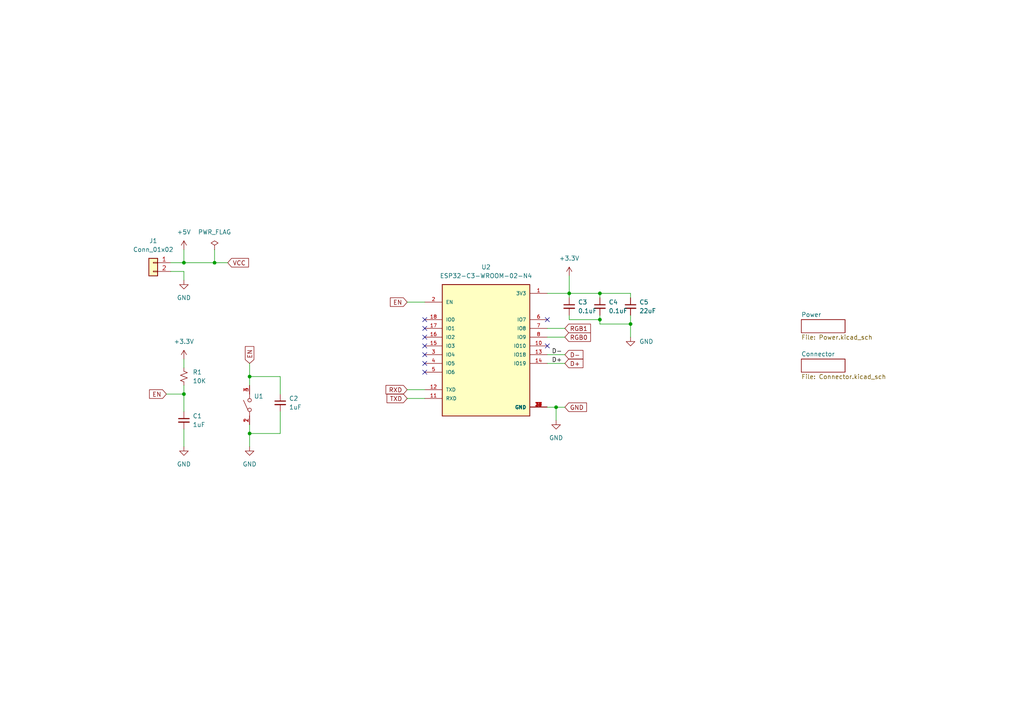
<source format=kicad_sch>
(kicad_sch (version 20211123) (generator eeschema)
  (paper "A4")
  (lib_symbols
    (symbol "Connector_Generic:Conn_01x02" (pin_names (offset 1.016) hide)
      (property "Reference" "J" (at 0 2.54 0))
      (property "Value" "Conn_01x02" (at 0 -5.08 0))
      (symbol "Conn_01x02_1_1"
        (rectangle (start -1.27 -2.413) (end 0 -2.667) (stroke (width 0.1524)))
        (rectangle (start -1.27 0.127) (end 0 -0.127) (stroke (width 0.1524)))
        (rectangle (start -1.27 1.27) (end 1.27 -3.81) (stroke (width 0.254)) (fill (type background)))
        (pin passive line (at -5.08 0 0) (length 3.81) (name "Pin_1") (number "1"))
        (pin passive line (at -5.08 -2.54 0) (length 3.81) (name "Pin_2") (number "2"))
      )
    )
    (symbol "Device:C_Small" (pin_numbers hide) (pin_names (offset 0.254) hide)
      (property "Reference" "C" (at 0.254 1.778 0))
      (property "Value" "C_Small" (at 0.254 -2.032 0))
      (symbol "C_Small_0_1"
        (polyline (pts (xy -1.524 -0.508) (xy 1.524 -0.508)) (stroke (width 0.3302)))
        (polyline (pts (xy -1.524 0.508) (xy 1.524 0.508)) (stroke (width 0.3048)))
      )
      (symbol "C_Small_1_1"
        (pin passive line (at 0 2.54 270) (length 2.032) (name "~") (number "1"))
        (pin passive line (at 0 -2.54 90) (length 2.032) (name "~") (number "2"))
      )
    )
    (symbol "Device:R_Small_US" (pin_numbers hide) (pin_names (offset 0.254) hide)
      (property "Reference" "R" (at 0.762 0.508 0))
      (property "Value" "R_Small_US" (at 0.762 -1.016 0))
      (symbol "R_Small_US_1_1"
        (polyline (pts (xy 0 0) (xy 1.016 -0.381) (xy 0 -0.762) (xy -1.016 -1.143) (xy 0 -1.524)))
        (polyline (pts (xy 0 1.524) (xy 1.016 1.143) (xy 0 0.762) (xy -1.016 0.381) (xy 0 0)))
        (pin passive line (at 0 2.54 270) (length 1.016) (name "~") (number "1"))
        (pin passive line (at 0 -2.54 90) (length 1.016) (name "~") (number "2"))
      )
    )
    (symbol "Dotworld:ESP32-C3-WROOM-02-N4" (pin_names (offset 1.016))
      (property "Reference" "U" (at -12.7 21.082 0))
      (property "Value" "ESP32-C3-WROOM-02-N4" (at -11.43 -22.86 0))
      (symbol "ESP32-C3-WROOM-02-N4_0_0"
        (rectangle (start -12.7 -17.78) (end 12.7 20.32) (stroke (width 0.254)) (fill (type background)))
        (pin power_in line (at 17.78 17.78 180) (length 5.08) (name "3V3") (number "1"))
        (pin bidirectional line (at 17.78 2.54 180) (length 5.08) (name "IO10") (number "10"))
        (pin bidirectional line (at -17.78 -12.7 0) (length 5.08) (name "RXD") (number "11"))
        (pin bidirectional line (at -17.78 -10.16 0) (length 5.08) (name "TXD") (number "12"))
        (pin bidirectional line (at 17.78 0 180) (length 5.08) (name "IO18") (number "13"))
        (pin bidirectional line (at 17.78 -2.54 180) (length 5.08) (name "IO19") (number "14"))
        (pin bidirectional line (at -17.78 2.54 0) (length 5.08) (name "IO3") (number "15"))
        (pin bidirectional line (at -17.78 5.08 0) (length 5.08) (name "IO2") (number "16"))
        (pin bidirectional line (at -17.78 7.62 0) (length 5.08) (name "IO1") (number "17"))
        (pin bidirectional line (at -17.78 10.16 0) (length 5.08) (name "IO0") (number "18"))
        (pin power_in line (at 17.78 -15.24 180) (length 5.08) (name "GND") (number "19"))
        (pin input line (at -17.78 15.24 0) (length 5.08) (name "EN") (number "2"))
        (pin power_in line (at 17.78 -15.24 180) (length 5.08) (name "GND") (number "20"))
        (pin power_in line (at 17.78 -15.24 180) (length 5.08) (name "GND") (number "21"))
        (pin power_in line (at 17.78 -15.24 180) (length 5.08) (name "GND") (number "22"))
        (pin power_in line (at 17.78 -15.24 180) (length 5.08) (name "GND") (number "23"))
        (pin power_in line (at 17.78 -15.24 180) (length 5.08) (name "GND") (number "24"))
        (pin power_in line (at 17.78 -15.24 180) (length 5.08) (name "GND") (number "25"))
        (pin power_in line (at 17.78 -15.24 180) (length 5.08) (name "GND") (number "26"))
        (pin power_in line (at 17.78 -15.24 180) (length 5.08) (name "GND") (number "27"))
        (pin power_in line (at 17.78 -15.24 180) (length 5.08) (name "GND") (number "28"))
        (pin power_in line (at 17.78 -15.24 180) (length 5.08) (name "GND") (number "29"))
        (pin bidirectional line (at -17.78 0 0) (length 5.08) (name "IO4") (number "3"))
        (pin power_in line (at 17.78 -15.24 180) (length 5.08) (name "GND") (number "30"))
        (pin power_in line (at 17.78 -15.24 180) (length 5.08) (name "GND") (number "31"))
        (pin power_in line (at 17.78 -15.24 180) (length 5.08) (name "GND") (number "32"))
        (pin power_in line (at 17.78 -15.24 180) (length 5.08) (name "GND") (number "33"))
        (pin power_in line (at 17.78 -15.24 180) (length 5.08) (name "GND") (number "34"))
        (pin power_in line (at 17.78 -15.24 180) (length 5.08) (name "GND") (number "35"))
        (pin power_in line (at 17.78 -15.24 180) (length 5.08) (name "GND") (number "36"))
        (pin power_in line (at 17.78 -15.24 180) (length 5.08) (name "GND") (number "37"))
        (pin power_in line (at 17.78 -15.24 180) (length 5.08) (name "GND") (number "38"))
        (pin power_in line (at 17.78 -15.24 180) (length 5.08) (name "GND") (number "39"))
        (pin bidirectional line (at -17.78 -2.54 0) (length 5.08) (name "IO5") (number "4"))
        (pin bidirectional line (at -17.78 -5.08 0) (length 5.08) (name "IO6") (number "5"))
        (pin bidirectional line (at 17.78 10.16 180) (length 5.08) (name "IO7") (number "6"))
        (pin bidirectional line (at 17.78 7.62 180) (length 5.08) (name "IO8") (number "7"))
        (pin bidirectional line (at 17.78 5.08 180) (length 5.08) (name "IO9") (number "8"))
        (pin power_in line (at 17.78 -15.24 180) (length 5.08) (name "GND") (number "9"))
      )
    )
    (symbol "Dotworld:Tactile_Switch"
      (property "Reference" "U" (at 0 6.35 0))
      (property "Value" "Tactile_Switch" (at 0 0 0))
      (property "Footprint" "Dotworld:Tactile_Switch" (at 0 0 0))
      (symbol "Tactile_Switch_0_1"
        (circle (center -0.762 2.54) (radius 0.508))
        (polyline (pts (xy -2.54 2.54) (xy -1.27 2.54)))
        (polyline (pts (xy -0.762 3.048) (xy 2.032 4.318)))
        (polyline (pts (xy 3.81 2.54) (xy 2.54 2.54)))
        (circle (center 2.032 2.54) (radius 0.508))
      )
      (symbol "Tactile_Switch_1_1"
        (pin input line (at -5.08 2.54 0) (length 2.54) (name "") (number "1"))
        (pin input line (at -5.08 2.54 0) (length 2.54) (name "") (number "2"))
        (pin input line (at 6.35 2.54 180) (length 2.54) (name "") (number "3"))
        (pin input line (at 6.35 2.54 180) (length 2.54) (name "") (number "4"))
      )
    )
    (symbol "power:+3.3V" (power) (pin_names (offset 0))
      (property "Value" "+3.3V" (at 0 3.556 0))
      (symbol "+3.3V_0_1"
        (polyline (pts (xy -0.762 1.27) (xy 0 2.54)))
        (polyline (pts (xy 0 0) (xy 0 2.54)))
        (polyline (pts (xy 0 2.54) (xy 0.762 1.27)))
      )
      (symbol "+3.3V_1_1"
        (pin power_in line (at 0 0 90) (length 0) hide (name "+3.3V") (number "1"))
      )
    )
    (symbol "power:+5V" (power) (pin_names (offset 0))
      (property "Value" "+5V" (at 0 3.556 0))
      (symbol "+5V_0_1"
        (polyline (pts (xy -0.762 1.27) (xy 0 2.54)))
        (polyline (pts (xy 0 0) (xy 0 2.54)))
        (polyline (pts (xy 0 2.54) (xy 0.762 1.27)))
      )
      (symbol "+5V_1_1"
        (pin power_in line (at 0 0 90) (length 0) hide (name "+5V") (number "1"))
      )
    )
    (symbol "power:GND" (power) (pin_names (offset 0))
      (property "Value" "GND" (at 0 -3.81 0))
      (symbol "GND_0_1"
        (polyline (pts (xy 0 0) (xy 0 -1.27) (xy 1.27 -1.27) (xy 0 -2.54) (xy -1.27 -1.27) (xy 0 -1.27)))
      )
      (symbol "GND_1_1"
        (pin power_in line (at 0 0 270) (length 0) hide (name "GND") (number "1"))
      )
    )
    (symbol "power:PWR_FLAG" (power) (pin_numbers hide) (pin_names (offset 0) hide)
      (property "Value" "PWR_FLAG" (at 0 3.81 0))
      (symbol "PWR_FLAG_0_0"
        (pin power_out line (at 0 0 90) (length 0) (name "pwr") (number "1"))
      )
      (symbol "PWR_FLAG_0_1"
        (polyline (pts (xy 0 0) (xy 0 1.27) (xy -1.016 1.905) (xy 0 2.54) (xy 1.016 1.905) (xy 0 1.27)))
      )
    )
  )
  (junction (at 173.99 92.71))
  (junction (at 182.88 93.98))
  (junction (at 72.39 109.22))
  (junction (at 161.29 118.11))
  (junction (at 62.23 76.2))
  (junction (at 53.34 76.2))
  (junction (at 165.1 85.09))
  (junction (at 72.39 125.73))
  (junction (at 53.34 114.3))
  (junction (at 173.99 85.09))
  (no_connect (at 123.19 95.25))
  (no_connect (at 123.19 102.87))
  (no_connect (at 123.19 107.95))
  (no_connect (at 158.75 100.33))
  (no_connect (at 123.19 92.71))
  (no_connect (at 123.19 97.79))
  (no_connect (at 123.19 105.41))
  (no_connect (at 123.19 100.33))
  (no_connect (at 158.75 92.71))
  (wire (pts (xy 53.34 114.3) (xy 53.34 119.38)))
  (wire (pts (xy 163.83 97.79) (xy 158.75 97.79)))
  (wire (pts (xy 173.99 85.09) (xy 182.88 85.09)))
  (wire (pts (xy 62.23 76.2) (xy 66.04 76.2)))
  (wire (pts (xy 81.28 119.38) (xy 81.28 125.73)))
  (wire (pts (xy 161.29 118.11) (xy 158.75 118.11)))
  (wire (pts (xy 173.99 93.98) (xy 182.88 93.98)))
  (wire (pts (xy 165.1 92.71) (xy 173.99 92.71)))
  (wire (pts (xy 165.1 80.01) (xy 165.1 85.09)))
  (wire (pts (xy 163.83 118.11) (xy 161.29 118.11)))
  (wire (pts (xy 72.39 109.22) (xy 72.39 111.76)))
  (wire (pts (xy 173.99 85.09) (xy 173.99 86.36)))
  (wire (pts (xy 182.88 93.98) (xy 182.88 97.79)))
  (wire (pts (xy 182.88 86.36) (xy 182.88 85.09)))
  (wire (pts (xy 72.39 125.73) (xy 72.39 123.19)))
  (wire (pts (xy 53.34 124.46) (xy 53.34 129.54)))
  (wire (pts (xy 48.26 114.3) (xy 53.34 114.3)))
  (wire (pts (xy 118.11 87.63) (xy 123.19 87.63)))
  (wire (pts (xy 53.34 72.39) (xy 53.34 76.2)))
  (wire (pts (xy 81.28 125.73) (xy 72.39 125.73)))
  (wire (pts (xy 53.34 111.76) (xy 53.34 114.3)))
  (wire (pts (xy 118.11 115.57) (xy 123.19 115.57)))
  (wire (pts (xy 158.75 102.87) (xy 163.83 102.87)))
  (wire (pts (xy 158.75 105.41) (xy 163.83 105.41)))
  (wire (pts (xy 49.53 76.2) (xy 53.34 76.2)))
  (wire (pts (xy 53.34 104.14) (xy 53.34 106.68)))
  (wire (pts (xy 62.23 72.39) (xy 62.23 76.2)))
  (wire (pts (xy 165.1 85.09) (xy 158.75 85.09)))
  (wire (pts (xy 81.28 109.22) (xy 72.39 109.22)))
  (wire (pts (xy 49.53 78.74) (xy 53.34 78.74)))
  (wire (pts (xy 165.1 91.44) (xy 165.1 92.71)))
  (wire (pts (xy 163.83 95.25) (xy 158.75 95.25)))
  (wire (pts (xy 53.34 78.74) (xy 53.34 81.28)))
  (wire (pts (xy 173.99 91.44) (xy 173.99 92.71)))
  (wire (pts (xy 165.1 85.09) (xy 173.99 85.09)))
  (wire (pts (xy 53.34 76.2) (xy 62.23 76.2)))
  (wire (pts (xy 118.11 113.03) (xy 123.19 113.03)))
  (wire (pts (xy 161.29 118.11) (xy 161.29 121.92)))
  (wire (pts (xy 81.28 114.3) (xy 81.28 109.22)))
  (wire (pts (xy 182.88 93.98) (xy 182.88 91.44)))
  (wire (pts (xy 165.1 85.09) (xy 165.1 86.36)))
  (wire (pts (xy 72.39 129.54) (xy 72.39 125.73)))
  (wire (pts (xy 173.99 92.71) (xy 173.99 93.98)))
  (wire (pts (xy 72.39 105.41) (xy 72.39 109.22)))
  (label "D+" (at 160.02 105.41 0))
  (label "D-" (at 160.02 102.87 0))
  (global_label "RGB1" (shape input) (at 163.83 95.25 0) (property "Intersheet References" "${INTERSHEET_REFS}" (effects hide)))
  (global_label "D-" (shape input) (at 163.83 102.87 0) (property "Intersheet References" "${INTERSHEET_REFS}" (effects hide)))
  (global_label "RXD" (shape input) (at 118.11 113.03 180) (property "Intersheet References" "${INTERSHEET_REFS}" (effects hide)))
  (global_label "EN" (shape input) (at 48.26 114.3 180) (property "Intersheet References" "${INTERSHEET_REFS}" (effects hide)))
  (global_label "D+" (shape input) (at 163.83 105.41 0) (property "Intersheet References" "${INTERSHEET_REFS}" (effects hide)))
  (global_label "GND" (shape input) (at 163.83 118.11 0) (property "Intersheet References" "${INTERSHEET_REFS}" (effects hide)))
  (global_label "EN" (shape input) (at 72.39 105.41 90) (property "Intersheet References" "${INTERSHEET_REFS}" (effects hide)))
  (global_label "EN" (shape input) (at 118.11 87.63 180) (property "Intersheet References" "${INTERSHEET_REFS}" (effects hide)))
  (global_label "RGB0" (shape input) (at 163.83 97.79 0) (property "Intersheet References" "${INTERSHEET_REFS}" (effects hide)))
  (global_label "VCC" (shape input) (at 66.04 76.2 0) (property "Intersheet References" "${INTERSHEET_REFS}" (effects hide)))
  (global_label "TXD" (shape input) (at 118.11 115.57 180) (property "Intersheet References" "${INTERSHEET_REFS}" (effects hide)))
  (symbol (lib_id "power:+5V") (at 53.34 72.39 0) (unit 1)
    (property "Reference" "#PWR01" (effects hide))
    (property "Value" "+5V" (at 53.34 67.31 0))
  )
  (symbol (lib_id "Device:C_Small") (at 182.88 88.9 0) (unit 1)
    (property "Reference" "C5" (at 185.42 87.6362 0) (effects (justify left)))
    (property "Value" "22uF" (at 185.42 90.1762 0) (effects (justify left)))
    (property "Footprint" "Capacitor_SMD:C_0603_1608Metric" (effects hide))
  )
  (symbol (lib_id "Connector_Generic:Conn_01x02") (at 44.45 76.2 0) (mirror y) (unit 1)
    (property "Reference" "J1" (at 44.45 69.85 0))
    (property "Value" "Conn_01x02" (at 44.45 72.39 0))
    (property "Footprint" "Connector_JST:JST_VH_B2P-VH-B_1x02_P3.96mm_Vertical" (effects hide))
  )
  (symbol (lib_id "power:GND") (at 53.34 81.28 0) (unit 1)
    (property "Reference" "#PWR02" (effects hide))
    (property "Value" "GND" (at 53.34 86.36 0))
  )
  (symbol (lib_id "power:+3.3V") (at 165.1 80.01 0) (unit 1)
    (property "Reference" "#PWR07" (effects hide))
    (property "Value" "+3.3V" (at 165.1 74.93 0))
  )
  (symbol (lib_id "power:+3.3V") (at 53.34 104.14 0) (unit 1)
    (property "Reference" "#PWR03" (effects hide))
    (property "Value" "+3.3V" (at 53.34 99.06 0))
  )
  (symbol (lib_id "Device:R_Small_US") (at 53.34 109.22 0) (unit 1)
    (property "Reference" "R1" (at 55.88 107.9499 0) (effects (justify left)))
    (property "Value" "10K" (at 55.88 110.4899 0) (effects (justify left)))
    (property "Footprint" "Resistor_SMD:R_0603_1608Metric" (effects hide))
  )
  (symbol (lib_id "power:GND") (at 161.29 121.92 0) (unit 1)
    (property "Reference" "#PWR06" (effects hide))
    (property "Value" "GND" (at 161.29 127 0))
  )
  (symbol (lib_id "power:PWR_FLAG") (at 62.23 72.39 0) (unit 1)
    (property "Reference" "#FLG01" (effects hide))
    (property "Value" "PWR_FLAG" (at 62.23 67.31 0))
  )
  (symbol (lib_id "Device:C_Small") (at 173.99 88.9 0) (unit 1)
    (property "Reference" "C4" (at 176.53 87.6362 0) (effects (justify left)))
    (property "Value" "0.1uF" (at 176.53 90.1762 0) (effects (justify left)))
    (property "Footprint" "Capacitor_SMD:C_0603_1608Metric" (effects hide))
  )
  (symbol (lib_id "power:GND") (at 53.34 129.54 0) (unit 1)
    (property "Reference" "#PWR04" (effects hide))
    (property "Value" "GND" (at 53.34 134.62 0))
  )
  (symbol (lib_id "Dotworld:ESP32-C3-WROOM-02-N4") (at 140.97 102.87 0) (unit 1)
    (property "Reference" "U2" (at 140.97 77.47 0))
    (property "Value" "ESP32-C3-WROOM-02-N4" (at 140.97 80.01 0))
    (property "Footprint" "Dotworld:ESP32-C3-WROOM-02-H4" (effects hide))
  )
  (symbol (lib_id "power:GND") (at 72.39 129.54 0) (unit 1)
    (property "Reference" "#PWR05" (effects hide))
    (property "Value" "GND" (at 72.39 134.62 0))
  )
  (symbol (lib_id "power:GND") (at 182.88 97.79 0) (unit 1)
    (property "Reference" "#PWR08" (effects hide))
    (property "Value" "GND" (at 185.42 99.0599 0) (effects (justify left)))
  )
  (symbol (lib_id "Device:C_Small") (at 165.1 88.9 0) (unit 1)
    (property "Reference" "C3" (at 167.64 87.6362 0) (effects (justify left)))
    (property "Value" "0.1uF" (at 167.64 90.1762 0) (effects (justify left)))
    (property "Footprint" "Capacitor_SMD:C_0603_1608Metric" (effects hide))
  )
  (symbol (lib_id "Device:C_Small") (at 81.28 116.84 0) (unit 1)
    (property "Reference" "C2" (at 83.82 115.5762 0) (effects (justify left)))
    (property "Value" "1uF" (at 83.82 118.1162 0) (effects (justify left)))
    (property "Footprint" "Capacitor_SMD:C_0603_1608Metric" (effects hide))
  )
  (symbol (lib_id "Dotworld:Tactile_Switch") (at 74.93 118.11 90) (unit 1)
    (property "Reference" "U1" (at 73.66 114.9349 90) (effects (justify right)))
    (property "Value" "Tactile_Switch" (effects hide))
    (property "Footprint" "Dotworld:Tactile_Switch" (effects hide))
  )
  (symbol (lib_id "Device:C_Small") (at 53.34 121.92 0) (unit 1)
    (property "Reference" "C1" (at 55.88 120.6562 0) (effects (justify left)))
    (property "Value" "1uF" (at 55.88 123.1962 0) (effects (justify left)))
    (property "Footprint" "Capacitor_SMD:C_0603_1608Metric" (effects hide))
  )
  (sheet (at 232.41 92.71) (size 12.7 3.81) (stroke (width 0.1524))
    (property "Sheet name" "Power" (at 232.41 91.9984 0) (effects (justify left bottom)))
    (property "Sheet file" "Power.kicad_sch" (at 232.41 97.1046 0) (effects (justify left top)))
  )
  (sheet (at 232.41 104.14) (size 12.7 3.81) (stroke (width 0.1524))
    (property "Sheet name" "Connector" (at 232.41 103.4284 0) (effects (justify left bottom)))
    (property "Sheet file" "Connector.kicad_sch" (at 232.41 108.5346 0) (effects (justify left top)))
  )
)
</source>
